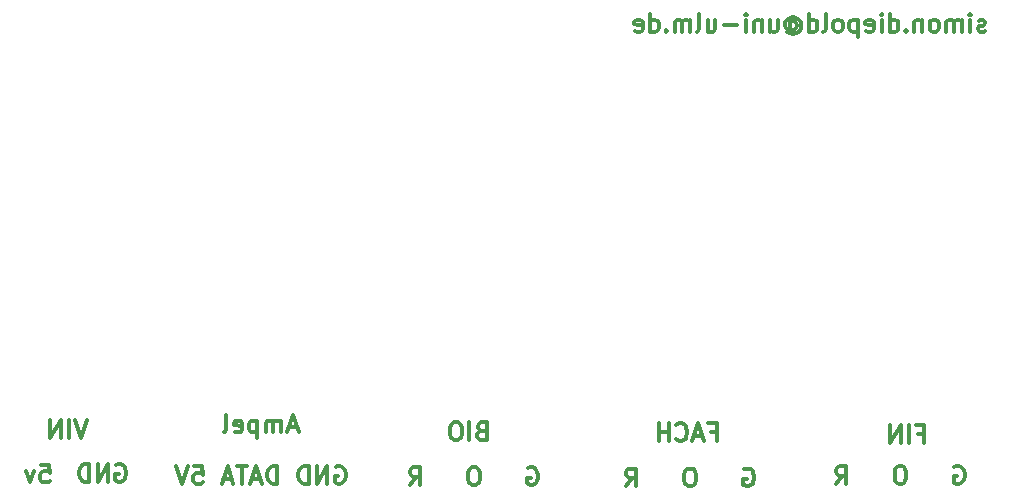
<source format=gbr>
%TF.GenerationSoftware,KiCad,Pcbnew,5.99.0-unknown-a0c54951d~102~ubuntu18.04.1*%
%TF.CreationDate,2020-08-17T14:08:57+02:00*%
%TF.ProjectId,AMPEL,414d5045-4c2e-46b6-9963-61645f706362,rev?*%
%TF.SameCoordinates,Original*%
%TF.FileFunction,Legend,Bot*%
%TF.FilePolarity,Positive*%
%FSLAX46Y46*%
G04 Gerber Fmt 4.6, Leading zero omitted, Abs format (unit mm)*
G04 Created by KiCad (PCBNEW 5.99.0-unknown-a0c54951d~102~ubuntu18.04.1) date 2020-08-17 14:08:57*
%MOMM*%
%LPD*%
G01*
G04 APERTURE LIST*
%ADD10C,0.300000*%
G04 APERTURE END LIST*
D10*
X160241428Y-107655600D02*
X160384285Y-107584171D01*
X160598571Y-107584171D01*
X160812857Y-107655600D01*
X160955714Y-107798457D01*
X161027142Y-107941314D01*
X161098571Y-108227028D01*
X161098571Y-108441314D01*
X161027142Y-108727028D01*
X160955714Y-108869885D01*
X160812857Y-109012742D01*
X160598571Y-109084171D01*
X160455714Y-109084171D01*
X160241428Y-109012742D01*
X160170000Y-108941314D01*
X160170000Y-108441314D01*
X160455714Y-108441314D01*
X155812857Y-107584171D02*
X155527142Y-107584171D01*
X155384285Y-107655600D01*
X155241428Y-107798457D01*
X155170000Y-108084171D01*
X155170000Y-108584171D01*
X155241428Y-108869885D01*
X155384285Y-109012742D01*
X155527142Y-109084171D01*
X155812857Y-109084171D01*
X155955714Y-109012742D01*
X156098571Y-108869885D01*
X156170000Y-108584171D01*
X156170000Y-108084171D01*
X156098571Y-107798457D01*
X155955714Y-107655600D01*
X155812857Y-107584171D01*
X150241428Y-109084171D02*
X150741428Y-108369885D01*
X151098571Y-109084171D02*
X151098571Y-107584171D01*
X150527142Y-107584171D01*
X150384285Y-107655600D01*
X150312857Y-107727028D01*
X150241428Y-107869885D01*
X150241428Y-108084171D01*
X150312857Y-108227028D01*
X150384285Y-108298457D01*
X150527142Y-108369885D01*
X151098571Y-108369885D01*
X198957142Y-70607142D02*
X198814285Y-70678571D01*
X198528571Y-70678571D01*
X198385714Y-70607142D01*
X198314285Y-70464285D01*
X198314285Y-70392857D01*
X198385714Y-70250000D01*
X198528571Y-70178571D01*
X198742857Y-70178571D01*
X198885714Y-70107142D01*
X198957142Y-69964285D01*
X198957142Y-69892857D01*
X198885714Y-69750000D01*
X198742857Y-69678571D01*
X198528571Y-69678571D01*
X198385714Y-69750000D01*
X197671428Y-70678571D02*
X197671428Y-69678571D01*
X197671428Y-69178571D02*
X197742857Y-69250000D01*
X197671428Y-69321428D01*
X197600000Y-69250000D01*
X197671428Y-69178571D01*
X197671428Y-69321428D01*
X196957142Y-70678571D02*
X196957142Y-69678571D01*
X196957142Y-69821428D02*
X196885714Y-69750000D01*
X196742857Y-69678571D01*
X196528571Y-69678571D01*
X196385714Y-69750000D01*
X196314285Y-69892857D01*
X196314285Y-70678571D01*
X196314285Y-69892857D02*
X196242857Y-69750000D01*
X196100000Y-69678571D01*
X195885714Y-69678571D01*
X195742857Y-69750000D01*
X195671428Y-69892857D01*
X195671428Y-70678571D01*
X194742857Y-70678571D02*
X194885714Y-70607142D01*
X194957142Y-70535714D01*
X195028571Y-70392857D01*
X195028571Y-69964285D01*
X194957142Y-69821428D01*
X194885714Y-69750000D01*
X194742857Y-69678571D01*
X194528571Y-69678571D01*
X194385714Y-69750000D01*
X194314285Y-69821428D01*
X194242857Y-69964285D01*
X194242857Y-70392857D01*
X194314285Y-70535714D01*
X194385714Y-70607142D01*
X194528571Y-70678571D01*
X194742857Y-70678571D01*
X193600000Y-69678571D02*
X193600000Y-70678571D01*
X193600000Y-69821428D02*
X193528571Y-69750000D01*
X193385714Y-69678571D01*
X193171428Y-69678571D01*
X193028571Y-69750000D01*
X192957142Y-69892857D01*
X192957142Y-70678571D01*
X192242857Y-70535714D02*
X192171428Y-70607142D01*
X192242857Y-70678571D01*
X192314285Y-70607142D01*
X192242857Y-70535714D01*
X192242857Y-70678571D01*
X190885714Y-70678571D02*
X190885714Y-69178571D01*
X190885714Y-70607142D02*
X191028571Y-70678571D01*
X191314285Y-70678571D01*
X191457142Y-70607142D01*
X191528571Y-70535714D01*
X191600000Y-70392857D01*
X191600000Y-69964285D01*
X191528571Y-69821428D01*
X191457142Y-69750000D01*
X191314285Y-69678571D01*
X191028571Y-69678571D01*
X190885714Y-69750000D01*
X190171428Y-70678571D02*
X190171428Y-69678571D01*
X190171428Y-69178571D02*
X190242857Y-69250000D01*
X190171428Y-69321428D01*
X190100000Y-69250000D01*
X190171428Y-69178571D01*
X190171428Y-69321428D01*
X188885714Y-70607142D02*
X189028571Y-70678571D01*
X189314285Y-70678571D01*
X189457142Y-70607142D01*
X189528571Y-70464285D01*
X189528571Y-69892857D01*
X189457142Y-69750000D01*
X189314285Y-69678571D01*
X189028571Y-69678571D01*
X188885714Y-69750000D01*
X188814285Y-69892857D01*
X188814285Y-70035714D01*
X189528571Y-70178571D01*
X188171428Y-69678571D02*
X188171428Y-71178571D01*
X188171428Y-69750000D02*
X188028571Y-69678571D01*
X187742857Y-69678571D01*
X187600000Y-69750000D01*
X187528571Y-69821428D01*
X187457142Y-69964285D01*
X187457142Y-70392857D01*
X187528571Y-70535714D01*
X187600000Y-70607142D01*
X187742857Y-70678571D01*
X188028571Y-70678571D01*
X188171428Y-70607142D01*
X186600000Y-70678571D02*
X186742857Y-70607142D01*
X186814285Y-70535714D01*
X186885714Y-70392857D01*
X186885714Y-69964285D01*
X186814285Y-69821428D01*
X186742857Y-69750000D01*
X186600000Y-69678571D01*
X186385714Y-69678571D01*
X186242857Y-69750000D01*
X186171428Y-69821428D01*
X186100000Y-69964285D01*
X186100000Y-70392857D01*
X186171428Y-70535714D01*
X186242857Y-70607142D01*
X186385714Y-70678571D01*
X186600000Y-70678571D01*
X185242857Y-70678571D02*
X185385714Y-70607142D01*
X185457142Y-70464285D01*
X185457142Y-69178571D01*
X184028571Y-70678571D02*
X184028571Y-69178571D01*
X184028571Y-70607142D02*
X184171428Y-70678571D01*
X184457142Y-70678571D01*
X184600000Y-70607142D01*
X184671428Y-70535714D01*
X184742857Y-70392857D01*
X184742857Y-69964285D01*
X184671428Y-69821428D01*
X184600000Y-69750000D01*
X184457142Y-69678571D01*
X184171428Y-69678571D01*
X184028571Y-69750000D01*
X182385714Y-69964285D02*
X182457142Y-69892857D01*
X182600000Y-69821428D01*
X182742857Y-69821428D01*
X182885714Y-69892857D01*
X182957142Y-69964285D01*
X183028571Y-70107142D01*
X183028571Y-70250000D01*
X182957142Y-70392857D01*
X182885714Y-70464285D01*
X182742857Y-70535714D01*
X182600000Y-70535714D01*
X182457142Y-70464285D01*
X182385714Y-70392857D01*
X182385714Y-69821428D02*
X182385714Y-70392857D01*
X182314285Y-70464285D01*
X182242857Y-70464285D01*
X182100000Y-70392857D01*
X182028571Y-70250000D01*
X182028571Y-69892857D01*
X182171428Y-69678571D01*
X182385714Y-69535714D01*
X182671428Y-69464285D01*
X182957142Y-69535714D01*
X183171428Y-69678571D01*
X183314285Y-69892857D01*
X183385714Y-70178571D01*
X183314285Y-70464285D01*
X183171428Y-70678571D01*
X182957142Y-70821428D01*
X182671428Y-70892857D01*
X182385714Y-70821428D01*
X182171428Y-70678571D01*
X180742857Y-69678571D02*
X180742857Y-70678571D01*
X181385714Y-69678571D02*
X181385714Y-70464285D01*
X181314285Y-70607142D01*
X181171428Y-70678571D01*
X180957142Y-70678571D01*
X180814285Y-70607142D01*
X180742857Y-70535714D01*
X180028571Y-69678571D02*
X180028571Y-70678571D01*
X180028571Y-69821428D02*
X179957142Y-69750000D01*
X179814285Y-69678571D01*
X179600000Y-69678571D01*
X179457142Y-69750000D01*
X179385714Y-69892857D01*
X179385714Y-70678571D01*
X178671428Y-70678571D02*
X178671428Y-69678571D01*
X178671428Y-69178571D02*
X178742857Y-69250000D01*
X178671428Y-69321428D01*
X178600000Y-69250000D01*
X178671428Y-69178571D01*
X178671428Y-69321428D01*
X177957142Y-70107142D02*
X176814285Y-70107142D01*
X175457142Y-69678571D02*
X175457142Y-70678571D01*
X176100000Y-69678571D02*
X176100000Y-70464285D01*
X176028571Y-70607142D01*
X175885714Y-70678571D01*
X175671428Y-70678571D01*
X175528571Y-70607142D01*
X175457142Y-70535714D01*
X174528571Y-70678571D02*
X174671428Y-70607142D01*
X174742857Y-70464285D01*
X174742857Y-69178571D01*
X173957142Y-70678571D02*
X173957142Y-69678571D01*
X173957142Y-69821428D02*
X173885714Y-69750000D01*
X173742857Y-69678571D01*
X173528571Y-69678571D01*
X173385714Y-69750000D01*
X173314285Y-69892857D01*
X173314285Y-70678571D01*
X173314285Y-69892857D02*
X173242857Y-69750000D01*
X173100000Y-69678571D01*
X172885714Y-69678571D01*
X172742857Y-69750000D01*
X172671428Y-69892857D01*
X172671428Y-70678571D01*
X171957142Y-70535714D02*
X171885714Y-70607142D01*
X171957142Y-70678571D01*
X172028571Y-70607142D01*
X171957142Y-70535714D01*
X171957142Y-70678571D01*
X170600000Y-70678571D02*
X170600000Y-69178571D01*
X170600000Y-70607142D02*
X170742857Y-70678571D01*
X171028571Y-70678571D01*
X171171428Y-70607142D01*
X171242857Y-70535714D01*
X171314285Y-70392857D01*
X171314285Y-69964285D01*
X171242857Y-69821428D01*
X171171428Y-69750000D01*
X171028571Y-69678571D01*
X170742857Y-69678571D01*
X170600000Y-69750000D01*
X169314285Y-70607142D02*
X169457142Y-70678571D01*
X169742857Y-70678571D01*
X169885714Y-70607142D01*
X169957142Y-70464285D01*
X169957142Y-69892857D01*
X169885714Y-69750000D01*
X169742857Y-69678571D01*
X169457142Y-69678571D01*
X169314285Y-69750000D01*
X169242857Y-69892857D01*
X169242857Y-70035714D01*
X169957142Y-70178571D01*
X156280514Y-104490057D02*
X156066228Y-104561485D01*
X155994800Y-104632914D01*
X155923371Y-104775771D01*
X155923371Y-104990057D01*
X155994800Y-105132914D01*
X156066228Y-105204342D01*
X156209085Y-105275771D01*
X156780514Y-105275771D01*
X156780514Y-103775771D01*
X156280514Y-103775771D01*
X156137657Y-103847200D01*
X156066228Y-103918628D01*
X155994800Y-104061485D01*
X155994800Y-104204342D01*
X156066228Y-104347200D01*
X156137657Y-104418628D01*
X156280514Y-104490057D01*
X156780514Y-104490057D01*
X155280514Y-105275771D02*
X155280514Y-103775771D01*
X154280514Y-103775771D02*
X153994800Y-103775771D01*
X153851942Y-103847200D01*
X153709085Y-103990057D01*
X153637657Y-104275771D01*
X153637657Y-104775771D01*
X153709085Y-105061485D01*
X153851942Y-105204342D01*
X153994800Y-105275771D01*
X154280514Y-105275771D01*
X154423371Y-105204342D01*
X154566228Y-105061485D01*
X154637657Y-104775771D01*
X154637657Y-104275771D01*
X154566228Y-103990057D01*
X154423371Y-103847200D01*
X154280514Y-103775771D01*
X196341428Y-107555600D02*
X196484285Y-107484171D01*
X196698571Y-107484171D01*
X196912857Y-107555600D01*
X197055714Y-107698457D01*
X197127142Y-107841314D01*
X197198571Y-108127028D01*
X197198571Y-108341314D01*
X197127142Y-108627028D01*
X197055714Y-108769885D01*
X196912857Y-108912742D01*
X196698571Y-108984171D01*
X196555714Y-108984171D01*
X196341428Y-108912742D01*
X196270000Y-108841314D01*
X196270000Y-108341314D01*
X196555714Y-108341314D01*
X191912857Y-107484171D02*
X191627142Y-107484171D01*
X191484285Y-107555600D01*
X191341428Y-107698457D01*
X191270000Y-107984171D01*
X191270000Y-108484171D01*
X191341428Y-108769885D01*
X191484285Y-108912742D01*
X191627142Y-108984171D01*
X191912857Y-108984171D01*
X192055714Y-108912742D01*
X192198571Y-108769885D01*
X192270000Y-108484171D01*
X192270000Y-107984171D01*
X192198571Y-107698457D01*
X192055714Y-107555600D01*
X191912857Y-107484171D01*
X186341428Y-108984171D02*
X186841428Y-108269885D01*
X187198571Y-108984171D02*
X187198571Y-107484171D01*
X186627142Y-107484171D01*
X186484285Y-107555600D01*
X186412857Y-107627028D01*
X186341428Y-107769885D01*
X186341428Y-107984171D01*
X186412857Y-108127028D01*
X186484285Y-108198457D01*
X186627142Y-108269885D01*
X187198571Y-108269885D01*
X125374257Y-107377800D02*
X125517114Y-107306371D01*
X125731400Y-107306371D01*
X125945685Y-107377800D01*
X126088542Y-107520657D01*
X126159971Y-107663514D01*
X126231400Y-107949228D01*
X126231400Y-108163514D01*
X126159971Y-108449228D01*
X126088542Y-108592085D01*
X125945685Y-108734942D01*
X125731400Y-108806371D01*
X125588542Y-108806371D01*
X125374257Y-108734942D01*
X125302828Y-108663514D01*
X125302828Y-108163514D01*
X125588542Y-108163514D01*
X124659971Y-108806371D02*
X124659971Y-107306371D01*
X123802828Y-108806371D01*
X123802828Y-107306371D01*
X123088542Y-108806371D02*
X123088542Y-107306371D01*
X122731400Y-107306371D01*
X122517114Y-107377800D01*
X122374257Y-107520657D01*
X122302828Y-107663514D01*
X122231400Y-107949228D01*
X122231400Y-108163514D01*
X122302828Y-108449228D01*
X122374257Y-108592085D01*
X122517114Y-108734942D01*
X122731400Y-108806371D01*
X123088542Y-108806371D01*
X143943400Y-107555600D02*
X144086257Y-107484171D01*
X144300542Y-107484171D01*
X144514828Y-107555600D01*
X144657685Y-107698457D01*
X144729114Y-107841314D01*
X144800542Y-108127028D01*
X144800542Y-108341314D01*
X144729114Y-108627028D01*
X144657685Y-108769885D01*
X144514828Y-108912742D01*
X144300542Y-108984171D01*
X144157685Y-108984171D01*
X143943400Y-108912742D01*
X143871971Y-108841314D01*
X143871971Y-108341314D01*
X144157685Y-108341314D01*
X143229114Y-108984171D02*
X143229114Y-107484171D01*
X142371971Y-108984171D01*
X142371971Y-107484171D01*
X141657685Y-108984171D02*
X141657685Y-107484171D01*
X141300542Y-107484171D01*
X141086257Y-107555600D01*
X140943400Y-107698457D01*
X140871971Y-107841314D01*
X140800542Y-108127028D01*
X140800542Y-108341314D01*
X140871971Y-108627028D01*
X140943400Y-108769885D01*
X141086257Y-108912742D01*
X141300542Y-108984171D01*
X141657685Y-108984171D01*
X139014828Y-108984171D02*
X139014828Y-107484171D01*
X138657685Y-107484171D01*
X138443400Y-107555600D01*
X138300542Y-107698457D01*
X138229114Y-107841314D01*
X138157685Y-108127028D01*
X138157685Y-108341314D01*
X138229114Y-108627028D01*
X138300542Y-108769885D01*
X138443400Y-108912742D01*
X138657685Y-108984171D01*
X139014828Y-108984171D01*
X137586257Y-108555600D02*
X136871971Y-108555600D01*
X137729114Y-108984171D02*
X137229114Y-107484171D01*
X136729114Y-108984171D01*
X136443400Y-107484171D02*
X135586257Y-107484171D01*
X136014828Y-108984171D02*
X136014828Y-107484171D01*
X135157685Y-108555600D02*
X134443400Y-108555600D01*
X135300542Y-108984171D02*
X134800542Y-107484171D01*
X134300542Y-108984171D01*
X131943400Y-107484171D02*
X132657685Y-107484171D01*
X132729114Y-108198457D01*
X132657685Y-108127028D01*
X132514828Y-108055600D01*
X132157685Y-108055600D01*
X132014828Y-108127028D01*
X131943400Y-108198457D01*
X131871971Y-108341314D01*
X131871971Y-108698457D01*
X131943400Y-108841314D01*
X132014828Y-108912742D01*
X132157685Y-108984171D01*
X132514828Y-108984171D01*
X132657685Y-108912742D01*
X132729114Y-108841314D01*
X131443400Y-107484171D02*
X130943400Y-108984171D01*
X130443400Y-107484171D01*
X140688628Y-104186800D02*
X139974342Y-104186800D01*
X140831485Y-104615371D02*
X140331485Y-103115371D01*
X139831485Y-104615371D01*
X139331485Y-104615371D02*
X139331485Y-103615371D01*
X139331485Y-103758228D02*
X139260057Y-103686800D01*
X139117200Y-103615371D01*
X138902914Y-103615371D01*
X138760057Y-103686800D01*
X138688628Y-103829657D01*
X138688628Y-104615371D01*
X138688628Y-103829657D02*
X138617200Y-103686800D01*
X138474342Y-103615371D01*
X138260057Y-103615371D01*
X138117200Y-103686800D01*
X138045771Y-103829657D01*
X138045771Y-104615371D01*
X137331485Y-103615371D02*
X137331485Y-105115371D01*
X137331485Y-103686800D02*
X137188628Y-103615371D01*
X136902914Y-103615371D01*
X136760057Y-103686800D01*
X136688628Y-103758228D01*
X136617200Y-103901085D01*
X136617200Y-104329657D01*
X136688628Y-104472514D01*
X136760057Y-104543942D01*
X136902914Y-104615371D01*
X137188628Y-104615371D01*
X137331485Y-104543942D01*
X135402914Y-104543942D02*
X135545771Y-104615371D01*
X135831485Y-104615371D01*
X135974342Y-104543942D01*
X136045771Y-104401085D01*
X136045771Y-103829657D01*
X135974342Y-103686800D01*
X135831485Y-103615371D01*
X135545771Y-103615371D01*
X135402914Y-103686800D01*
X135331485Y-103829657D01*
X135331485Y-103972514D01*
X136045771Y-104115371D01*
X134474342Y-104615371D02*
X134617200Y-104543942D01*
X134688628Y-104401085D01*
X134688628Y-103115371D01*
X119010085Y-107357171D02*
X119724371Y-107357171D01*
X119795800Y-108071457D01*
X119724371Y-108000028D01*
X119581514Y-107928600D01*
X119224371Y-107928600D01*
X119081514Y-108000028D01*
X119010085Y-108071457D01*
X118938657Y-108214314D01*
X118938657Y-108571457D01*
X119010085Y-108714314D01*
X119081514Y-108785742D01*
X119224371Y-108857171D01*
X119581514Y-108857171D01*
X119724371Y-108785742D01*
X119795800Y-108714314D01*
X118438657Y-107857171D02*
X118081514Y-108857171D01*
X117724371Y-107857171D01*
X193282771Y-104718657D02*
X193782771Y-104718657D01*
X193782771Y-105504371D02*
X193782771Y-104004371D01*
X193068485Y-104004371D01*
X192497057Y-105504371D02*
X192497057Y-104004371D01*
X191782771Y-105504371D02*
X191782771Y-104004371D01*
X190925628Y-105504371D01*
X190925628Y-104004371D01*
X175725685Y-104566257D02*
X176225685Y-104566257D01*
X176225685Y-105351971D02*
X176225685Y-103851971D01*
X175511400Y-103851971D01*
X175011400Y-104923400D02*
X174297114Y-104923400D01*
X175154257Y-105351971D02*
X174654257Y-103851971D01*
X174154257Y-105351971D01*
X172797114Y-105209114D02*
X172868542Y-105280542D01*
X173082828Y-105351971D01*
X173225685Y-105351971D01*
X173439971Y-105280542D01*
X173582828Y-105137685D01*
X173654257Y-104994828D01*
X173725685Y-104709114D01*
X173725685Y-104494828D01*
X173654257Y-104209114D01*
X173582828Y-104066257D01*
X173439971Y-103923400D01*
X173225685Y-103851971D01*
X173082828Y-103851971D01*
X172868542Y-103923400D01*
X172797114Y-103994828D01*
X172154257Y-105351971D02*
X172154257Y-103851971D01*
X172154257Y-104566257D02*
X171297114Y-104566257D01*
X171297114Y-105351971D02*
X171297114Y-103851971D01*
X122877057Y-103597971D02*
X122377057Y-105097971D01*
X121877057Y-103597971D01*
X121377057Y-105097971D02*
X121377057Y-103597971D01*
X120662771Y-105097971D02*
X120662771Y-103597971D01*
X119805628Y-105097971D01*
X119805628Y-103597971D01*
X178541428Y-107755600D02*
X178684285Y-107684171D01*
X178898571Y-107684171D01*
X179112857Y-107755600D01*
X179255714Y-107898457D01*
X179327142Y-108041314D01*
X179398571Y-108327028D01*
X179398571Y-108541314D01*
X179327142Y-108827028D01*
X179255714Y-108969885D01*
X179112857Y-109112742D01*
X178898571Y-109184171D01*
X178755714Y-109184171D01*
X178541428Y-109112742D01*
X178470000Y-109041314D01*
X178470000Y-108541314D01*
X178755714Y-108541314D01*
X174112857Y-107684171D02*
X173827142Y-107684171D01*
X173684285Y-107755600D01*
X173541428Y-107898457D01*
X173470000Y-108184171D01*
X173470000Y-108684171D01*
X173541428Y-108969885D01*
X173684285Y-109112742D01*
X173827142Y-109184171D01*
X174112857Y-109184171D01*
X174255714Y-109112742D01*
X174398571Y-108969885D01*
X174470000Y-108684171D01*
X174470000Y-108184171D01*
X174398571Y-107898457D01*
X174255714Y-107755600D01*
X174112857Y-107684171D01*
X168541428Y-109184171D02*
X169041428Y-108469885D01*
X169398571Y-109184171D02*
X169398571Y-107684171D01*
X168827142Y-107684171D01*
X168684285Y-107755600D01*
X168612857Y-107827028D01*
X168541428Y-107969885D01*
X168541428Y-108184171D01*
X168612857Y-108327028D01*
X168684285Y-108398457D01*
X168827142Y-108469885D01*
X169398571Y-108469885D01*
M02*

</source>
